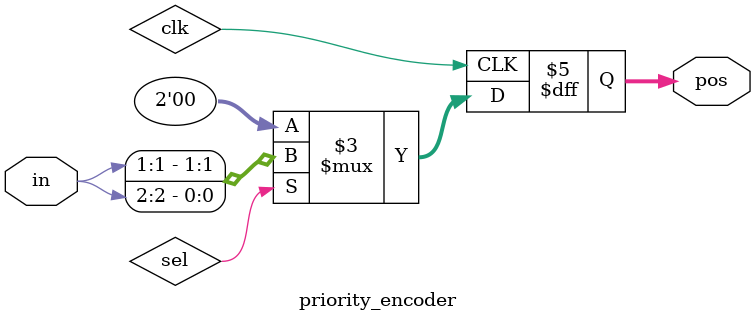
<source format=v>
module priority_encoder( 
input [2:0] in,
output reg [1:0] pos ); 
// When sel=1, assign b to out
always @(posedge clk) begin
 if(sel) begin
   pos <= {in[0], in[1], in[2]};
 end else begin
   pos <= 0;
 end
end
endmodule

</source>
